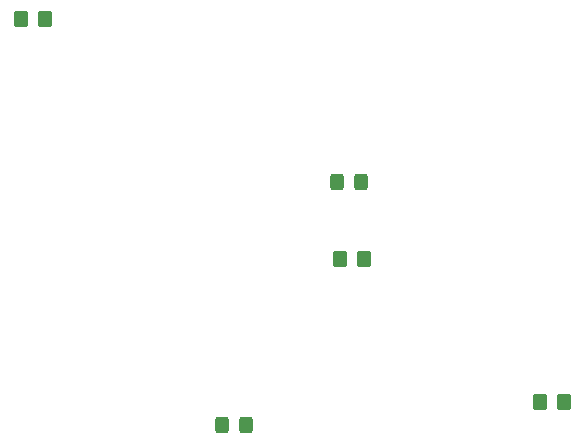
<source format=gbr>
%TF.GenerationSoftware,KiCad,Pcbnew,7.0.10*%
%TF.CreationDate,2024-01-21T17:13:34-08:00*%
%TF.ProjectId,motor_pcb,6d6f746f-725f-4706-9362-2e6b69636164,rev?*%
%TF.SameCoordinates,Original*%
%TF.FileFunction,Paste,Top*%
%TF.FilePolarity,Positive*%
%FSLAX46Y46*%
G04 Gerber Fmt 4.6, Leading zero omitted, Abs format (unit mm)*
G04 Created by KiCad (PCBNEW 7.0.10) date 2024-01-21 17:13:34*
%MOMM*%
%LPD*%
G01*
G04 APERTURE LIST*
G04 Aperture macros list*
%AMRoundRect*
0 Rectangle with rounded corners*
0 $1 Rounding radius*
0 $2 $3 $4 $5 $6 $7 $8 $9 X,Y pos of 4 corners*
0 Add a 4 corners polygon primitive as box body*
4,1,4,$2,$3,$4,$5,$6,$7,$8,$9,$2,$3,0*
0 Add four circle primitives for the rounded corners*
1,1,$1+$1,$2,$3*
1,1,$1+$1,$4,$5*
1,1,$1+$1,$6,$7*
1,1,$1+$1,$8,$9*
0 Add four rect primitives between the rounded corners*
20,1,$1+$1,$2,$3,$4,$5,0*
20,1,$1+$1,$4,$5,$6,$7,0*
20,1,$1+$1,$6,$7,$8,$9,0*
20,1,$1+$1,$8,$9,$2,$3,0*%
G04 Aperture macros list end*
%ADD10RoundRect,0.250000X0.350000X0.450000X-0.350000X0.450000X-0.350000X-0.450000X0.350000X-0.450000X0*%
%ADD11RoundRect,0.250000X0.325000X0.450000X-0.325000X0.450000X-0.325000X-0.450000X0.325000X-0.450000X0*%
%ADD12RoundRect,0.250000X-0.325000X-0.450000X0.325000X-0.450000X0.325000X0.450000X-0.325000X0.450000X0*%
G04 APERTURE END LIST*
D10*
%TO.C,R3*%
X101900000Y-54700000D03*
X99900000Y-54700000D03*
%TD*%
D11*
%TO.C,D1*%
X99600000Y-48200000D03*
X101650000Y-48200000D03*
%TD*%
D10*
%TO.C,R2*%
X72875000Y-34350000D03*
X74875000Y-34350000D03*
%TD*%
%TO.C,R1*%
X116850000Y-66750000D03*
X118850000Y-66750000D03*
%TD*%
D12*
%TO.C,D2*%
X89875000Y-68750000D03*
X91925000Y-68750000D03*
%TD*%
M02*

</source>
